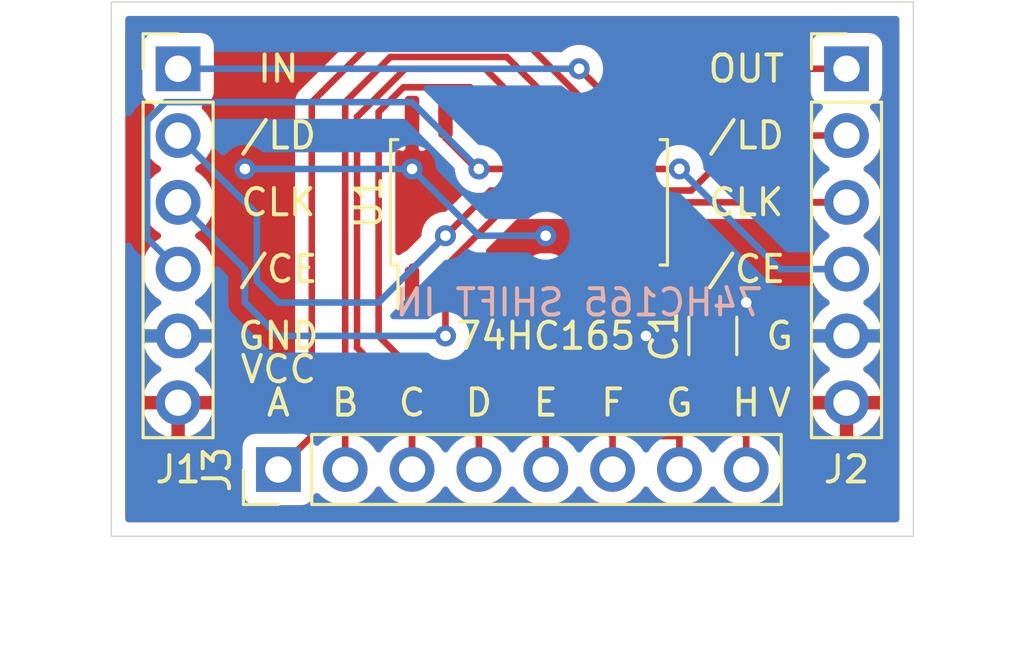
<source format=kicad_pcb>
(kicad_pcb (version 20171130) (host pcbnew 5.1.7-a382d34a8~87~ubuntu16.04.1)

  (general
    (thickness 1.6)
    (drawings 30)
    (tracks 100)
    (zones 0)
    (modules 5)
    (nets 17)
  )

  (page A4)
  (layers
    (0 F.Cu signal)
    (31 B.Cu signal)
    (32 B.Adhes user)
    (33 F.Adhes user)
    (34 B.Paste user)
    (35 F.Paste user)
    (36 B.SilkS user)
    (37 F.SilkS user)
    (38 B.Mask user)
    (39 F.Mask user)
    (40 Dwgs.User user)
    (41 Cmts.User user)
    (42 Eco1.User user)
    (43 Eco2.User user)
    (44 Edge.Cuts user)
    (45 Margin user)
    (46 B.CrtYd user)
    (47 F.CrtYd user)
    (48 B.Fab user)
    (49 F.Fab user)
  )

  (setup
    (last_trace_width 0.25)
    (trace_clearance 0.2)
    (zone_clearance 0.508)
    (zone_45_only no)
    (trace_min 0.2)
    (via_size 0.8)
    (via_drill 0.4)
    (via_min_size 0.4)
    (via_min_drill 0.3)
    (uvia_size 0.3)
    (uvia_drill 0.1)
    (uvias_allowed no)
    (uvia_min_size 0.2)
    (uvia_min_drill 0.1)
    (edge_width 0.05)
    (segment_width 0.2)
    (pcb_text_width 0.3)
    (pcb_text_size 1.5 1.5)
    (mod_edge_width 0.12)
    (mod_text_size 1 1)
    (mod_text_width 0.15)
    (pad_size 1.524 1.524)
    (pad_drill 0.762)
    (pad_to_mask_clearance 0)
    (aux_axis_origin 0 0)
    (visible_elements FFFFFF7F)
    (pcbplotparams
      (layerselection 0x010fc_ffffffff)
      (usegerberextensions false)
      (usegerberattributes true)
      (usegerberadvancedattributes true)
      (creategerberjobfile true)
      (excludeedgelayer true)
      (linewidth 0.100000)
      (plotframeref false)
      (viasonmask false)
      (mode 1)
      (useauxorigin false)
      (hpglpennumber 1)
      (hpglpenspeed 20)
      (hpglpendiameter 15.000000)
      (psnegative false)
      (psa4output false)
      (plotreference true)
      (plotvalue true)
      (plotinvisibletext false)
      (padsonsilk false)
      (subtractmaskfromsilk false)
      (outputformat 1)
      (mirror false)
      (drillshape 0)
      (scaleselection 1)
      (outputdirectory ""))
  )

  (net 0 "")
  (net 1 GND)
  (net 2 VCC)
  (net 3 "Net-(J1-Pad4)")
  (net 4 "Net-(J1-Pad3)")
  (net 5 "Net-(J1-Pad2)")
  (net 6 "Net-(J1-Pad1)")
  (net 7 "Net-(J2-Pad1)")
  (net 8 "Net-(J3-Pad8)")
  (net 9 "Net-(J3-Pad7)")
  (net 10 "Net-(J3-Pad6)")
  (net 11 "Net-(J3-Pad5)")
  (net 12 "Net-(J3-Pad4)")
  (net 13 "Net-(J3-Pad3)")
  (net 14 "Net-(J3-Pad2)")
  (net 15 "Net-(J3-Pad1)")
  (net 16 "Net-(U1-Pad7)")

  (net_class Default "This is the default net class."
    (clearance 0.2)
    (trace_width 0.25)
    (via_dia 0.8)
    (via_drill 0.4)
    (uvia_dia 0.3)
    (uvia_drill 0.1)
    (add_net GND)
    (add_net "Net-(J1-Pad1)")
    (add_net "Net-(J1-Pad2)")
    (add_net "Net-(J1-Pad3)")
    (add_net "Net-(J1-Pad4)")
    (add_net "Net-(J2-Pad1)")
    (add_net "Net-(J3-Pad1)")
    (add_net "Net-(J3-Pad2)")
    (add_net "Net-(J3-Pad3)")
    (add_net "Net-(J3-Pad4)")
    (add_net "Net-(J3-Pad5)")
    (add_net "Net-(J3-Pad6)")
    (add_net "Net-(J3-Pad7)")
    (add_net "Net-(J3-Pad8)")
    (add_net "Net-(U1-Pad7)")
    (add_net VCC)
  )

  (module Package_SO:SOIC-16_4.55x10.3mm_P1.27mm (layer F.Cu) (tedit 5D9F72B1) (tstamp 5F7A23F9)
    (at 144.145 62.23 90)
    (descr "SOIC, 16 Pin (https://toshiba.semicon-storage.com/info/docget.jsp?did=12858&prodName=TLP291-4), generated with kicad-footprint-generator ipc_gullwing_generator.py")
    (tags "SOIC SO")
    (path /5F79C165)
    (attr smd)
    (fp_text reference U1 (at 0 -6.1 90) (layer F.SilkS)
      (effects (font (size 1 1) (thickness 0.15)))
    )
    (fp_text value 74HC165_DIL16 (at 0 6.1 90) (layer F.Fab)
      (effects (font (size 1 1) (thickness 0.15)))
    )
    (fp_line (start 4.3 -5.4) (end -4.3 -5.4) (layer F.CrtYd) (width 0.05))
    (fp_line (start 4.3 5.4) (end 4.3 -5.4) (layer F.CrtYd) (width 0.05))
    (fp_line (start -4.3 5.4) (end 4.3 5.4) (layer F.CrtYd) (width 0.05))
    (fp_line (start -4.3 -5.4) (end -4.3 5.4) (layer F.CrtYd) (width 0.05))
    (fp_line (start -2.275 -4.15) (end -1.275 -5.15) (layer F.Fab) (width 0.1))
    (fp_line (start -2.275 5.15) (end -2.275 -4.15) (layer F.Fab) (width 0.1))
    (fp_line (start 2.275 5.15) (end -2.275 5.15) (layer F.Fab) (width 0.1))
    (fp_line (start 2.275 -5.15) (end 2.275 5.15) (layer F.Fab) (width 0.1))
    (fp_line (start -1.275 -5.15) (end 2.275 -5.15) (layer F.Fab) (width 0.1))
    (fp_line (start -2.385 -4.98) (end -4.05 -4.98) (layer F.SilkS) (width 0.12))
    (fp_line (start -2.385 -5.26) (end -2.385 -4.98) (layer F.SilkS) (width 0.12))
    (fp_line (start 0 -5.26) (end -2.385 -5.26) (layer F.SilkS) (width 0.12))
    (fp_line (start 2.385 -5.26) (end 2.385 -4.98) (layer F.SilkS) (width 0.12))
    (fp_line (start 0 -5.26) (end 2.385 -5.26) (layer F.SilkS) (width 0.12))
    (fp_line (start -2.385 5.26) (end -2.385 4.98) (layer F.SilkS) (width 0.12))
    (fp_line (start 0 5.26) (end -2.385 5.26) (layer F.SilkS) (width 0.12))
    (fp_line (start 2.385 5.26) (end 2.385 4.98) (layer F.SilkS) (width 0.12))
    (fp_line (start 0 5.26) (end 2.385 5.26) (layer F.SilkS) (width 0.12))
    (fp_text user %R (at 0 0 90) (layer F.Fab)
      (effects (font (size 1 1) (thickness 0.15)))
    )
    (pad 16 smd roundrect (at 3.25 -4.445 90) (size 1.6 0.55) (layers F.Cu F.Paste F.Mask) (roundrect_rratio 0.25)
      (net 2 VCC))
    (pad 15 smd roundrect (at 3.25 -3.175 90) (size 1.6 0.55) (layers F.Cu F.Paste F.Mask) (roundrect_rratio 0.25)
      (net 3 "Net-(J1-Pad4)"))
    (pad 14 smd roundrect (at 3.25 -1.905 90) (size 1.6 0.55) (layers F.Cu F.Paste F.Mask) (roundrect_rratio 0.25)
      (net 12 "Net-(J3-Pad4)"))
    (pad 13 smd roundrect (at 3.25 -0.635 90) (size 1.6 0.55) (layers F.Cu F.Paste F.Mask) (roundrect_rratio 0.25)
      (net 13 "Net-(J3-Pad3)"))
    (pad 12 smd roundrect (at 3.25 0.635 90) (size 1.6 0.55) (layers F.Cu F.Paste F.Mask) (roundrect_rratio 0.25)
      (net 14 "Net-(J3-Pad2)"))
    (pad 11 smd roundrect (at 3.25 1.905 90) (size 1.6 0.55) (layers F.Cu F.Paste F.Mask) (roundrect_rratio 0.25)
      (net 15 "Net-(J3-Pad1)"))
    (pad 10 smd roundrect (at 3.25 3.175 90) (size 1.6 0.55) (layers F.Cu F.Paste F.Mask) (roundrect_rratio 0.25)
      (net 6 "Net-(J1-Pad1)"))
    (pad 9 smd roundrect (at 3.25 4.445 90) (size 1.6 0.55) (layers F.Cu F.Paste F.Mask) (roundrect_rratio 0.25)
      (net 7 "Net-(J2-Pad1)"))
    (pad 8 smd roundrect (at -3.25 4.445 90) (size 1.6 0.55) (layers F.Cu F.Paste F.Mask) (roundrect_rratio 0.25)
      (net 1 GND))
    (pad 7 smd roundrect (at -3.25 3.175 90) (size 1.6 0.55) (layers F.Cu F.Paste F.Mask) (roundrect_rratio 0.25)
      (net 16 "Net-(U1-Pad7)"))
    (pad 6 smd roundrect (at -3.25 1.905 90) (size 1.6 0.55) (layers F.Cu F.Paste F.Mask) (roundrect_rratio 0.25)
      (net 8 "Net-(J3-Pad8)"))
    (pad 5 smd roundrect (at -3.25 0.635 90) (size 1.6 0.55) (layers F.Cu F.Paste F.Mask) (roundrect_rratio 0.25)
      (net 9 "Net-(J3-Pad7)"))
    (pad 4 smd roundrect (at -3.25 -0.635 90) (size 1.6 0.55) (layers F.Cu F.Paste F.Mask) (roundrect_rratio 0.25)
      (net 10 "Net-(J3-Pad6)"))
    (pad 3 smd roundrect (at -3.25 -1.905 90) (size 1.6 0.55) (layers F.Cu F.Paste F.Mask) (roundrect_rratio 0.25)
      (net 11 "Net-(J3-Pad5)"))
    (pad 2 smd roundrect (at -3.25 -3.175 90) (size 1.6 0.55) (layers F.Cu F.Paste F.Mask) (roundrect_rratio 0.25)
      (net 4 "Net-(J1-Pad3)"))
    (pad 1 smd roundrect (at -3.25 -4.445 90) (size 1.6 0.55) (layers F.Cu F.Paste F.Mask) (roundrect_rratio 0.25)
      (net 5 "Net-(J1-Pad2)"))
    (model ${KISYS3DMOD}/Package_SO.3dshapes/SOIC-16_4.55x10.3mm_P1.27mm.wrl
      (at (xyz 0 0 0))
      (scale (xyz 1 1 1))
      (rotate (xyz 0 0 0))
    )
  )

  (module Connector_PinHeader_2.54mm:PinHeader_1x08_P2.54mm_Vertical (layer F.Cu) (tedit 59FED5CC) (tstamp 5F7A23D5)
    (at 134.62 72.39 90)
    (descr "Through hole straight pin header, 1x08, 2.54mm pitch, single row")
    (tags "Through hole pin header THT 1x08 2.54mm single row")
    (path /5F79D197)
    (fp_text reference J3 (at 0 -2.33 270) (layer F.SilkS)
      (effects (font (size 1 1) (thickness 0.15)))
    )
    (fp_text value Conn_01x08_Male (at 0 20.11 270) (layer F.Fab)
      (effects (font (size 1 1) (thickness 0.15)))
    )
    (fp_line (start 1.8 -1.8) (end -1.8 -1.8) (layer F.CrtYd) (width 0.05))
    (fp_line (start 1.8 19.55) (end 1.8 -1.8) (layer F.CrtYd) (width 0.05))
    (fp_line (start -1.8 19.55) (end 1.8 19.55) (layer F.CrtYd) (width 0.05))
    (fp_line (start -1.8 -1.8) (end -1.8 19.55) (layer F.CrtYd) (width 0.05))
    (fp_line (start -1.33 -1.33) (end 0 -1.33) (layer F.SilkS) (width 0.12))
    (fp_line (start -1.33 0) (end -1.33 -1.33) (layer F.SilkS) (width 0.12))
    (fp_line (start -1.33 1.27) (end 1.33 1.27) (layer F.SilkS) (width 0.12))
    (fp_line (start 1.33 1.27) (end 1.33 19.11) (layer F.SilkS) (width 0.12))
    (fp_line (start -1.33 1.27) (end -1.33 19.11) (layer F.SilkS) (width 0.12))
    (fp_line (start -1.33 19.11) (end 1.33 19.11) (layer F.SilkS) (width 0.12))
    (fp_line (start -1.27 -0.635) (end -0.635 -1.27) (layer F.Fab) (width 0.1))
    (fp_line (start -1.27 19.05) (end -1.27 -0.635) (layer F.Fab) (width 0.1))
    (fp_line (start 1.27 19.05) (end -1.27 19.05) (layer F.Fab) (width 0.1))
    (fp_line (start 1.27 -1.27) (end 1.27 19.05) (layer F.Fab) (width 0.1))
    (fp_line (start -0.635 -1.27) (end 1.27 -1.27) (layer F.Fab) (width 0.1))
    (fp_text user %R (at 0 8.89 180) (layer F.Fab)
      (effects (font (size 1 1) (thickness 0.15)))
    )
    (pad 8 thru_hole oval (at 0 17.78 90) (size 1.7 1.7) (drill 1) (layers *.Cu *.Mask)
      (net 8 "Net-(J3-Pad8)"))
    (pad 7 thru_hole oval (at 0 15.24 90) (size 1.7 1.7) (drill 1) (layers *.Cu *.Mask)
      (net 9 "Net-(J3-Pad7)"))
    (pad 6 thru_hole oval (at 0 12.7 90) (size 1.7 1.7) (drill 1) (layers *.Cu *.Mask)
      (net 10 "Net-(J3-Pad6)"))
    (pad 5 thru_hole oval (at 0 10.16 90) (size 1.7 1.7) (drill 1) (layers *.Cu *.Mask)
      (net 11 "Net-(J3-Pad5)"))
    (pad 4 thru_hole oval (at 0 7.62 90) (size 1.7 1.7) (drill 1) (layers *.Cu *.Mask)
      (net 12 "Net-(J3-Pad4)"))
    (pad 3 thru_hole oval (at 0 5.08 90) (size 1.7 1.7) (drill 1) (layers *.Cu *.Mask)
      (net 13 "Net-(J3-Pad3)"))
    (pad 2 thru_hole oval (at 0 2.54 90) (size 1.7 1.7) (drill 1) (layers *.Cu *.Mask)
      (net 14 "Net-(J3-Pad2)"))
    (pad 1 thru_hole rect (at 0 0 90) (size 1.7 1.7) (drill 1) (layers *.Cu *.Mask)
      (net 15 "Net-(J3-Pad1)"))
    (model ${KISYS3DMOD}/Connector_PinHeader_2.54mm.3dshapes/PinHeader_1x08_P2.54mm_Vertical.wrl
      (at (xyz 0 0 0))
      (scale (xyz 1 1 1))
      (rotate (xyz 0 0 0))
    )
  )

  (module Connector_PinHeader_2.54mm:PinHeader_1x06_P2.54mm_Vertical (layer F.Cu) (tedit 59FED5CC) (tstamp 5F7A2354)
    (at 156.21 57.15)
    (descr "Through hole straight pin header, 1x06, 2.54mm pitch, single row")
    (tags "Through hole pin header THT 1x06 2.54mm single row")
    (path /5F79E124)
    (fp_text reference J2 (at 0 15.24) (layer F.SilkS)
      (effects (font (size 1 1) (thickness 0.15)))
    )
    (fp_text value Conn_01x06_Male (at 0 15.03) (layer F.Fab)
      (effects (font (size 1 1) (thickness 0.15)))
    )
    (fp_line (start 1.8 -1.8) (end -1.8 -1.8) (layer F.CrtYd) (width 0.05))
    (fp_line (start 1.8 14.5) (end 1.8 -1.8) (layer F.CrtYd) (width 0.05))
    (fp_line (start -1.8 14.5) (end 1.8 14.5) (layer F.CrtYd) (width 0.05))
    (fp_line (start -1.8 -1.8) (end -1.8 14.5) (layer F.CrtYd) (width 0.05))
    (fp_line (start -1.33 -1.33) (end 0 -1.33) (layer F.SilkS) (width 0.12))
    (fp_line (start -1.33 0) (end -1.33 -1.33) (layer F.SilkS) (width 0.12))
    (fp_line (start -1.33 1.27) (end 1.33 1.27) (layer F.SilkS) (width 0.12))
    (fp_line (start 1.33 1.27) (end 1.33 14.03) (layer F.SilkS) (width 0.12))
    (fp_line (start -1.33 1.27) (end -1.33 14.03) (layer F.SilkS) (width 0.12))
    (fp_line (start -1.33 14.03) (end 1.33 14.03) (layer F.SilkS) (width 0.12))
    (fp_line (start -1.27 -0.635) (end -0.635 -1.27) (layer F.Fab) (width 0.1))
    (fp_line (start -1.27 13.97) (end -1.27 -0.635) (layer F.Fab) (width 0.1))
    (fp_line (start 1.27 13.97) (end -1.27 13.97) (layer F.Fab) (width 0.1))
    (fp_line (start 1.27 -1.27) (end 1.27 13.97) (layer F.Fab) (width 0.1))
    (fp_line (start -0.635 -1.27) (end 1.27 -1.27) (layer F.Fab) (width 0.1))
    (fp_text user %R (at 0 6.35 90) (layer F.Fab)
      (effects (font (size 1 1) (thickness 0.15)))
    )
    (pad 6 thru_hole oval (at 0 12.7) (size 1.7 1.7) (drill 1) (layers *.Cu *.Mask)
      (net 2 VCC))
    (pad 5 thru_hole oval (at 0 10.16) (size 1.7 1.7) (drill 1) (layers *.Cu *.Mask)
      (net 1 GND))
    (pad 4 thru_hole oval (at 0 7.62) (size 1.7 1.7) (drill 1) (layers *.Cu *.Mask)
      (net 3 "Net-(J1-Pad4)"))
    (pad 3 thru_hole oval (at 0 5.08) (size 1.7 1.7) (drill 1) (layers *.Cu *.Mask)
      (net 4 "Net-(J1-Pad3)"))
    (pad 2 thru_hole oval (at 0 2.54) (size 1.7 1.7) (drill 1) (layers *.Cu *.Mask)
      (net 5 "Net-(J1-Pad2)"))
    (pad 1 thru_hole rect (at 0 0) (size 1.7 1.7) (drill 1) (layers *.Cu *.Mask)
      (net 7 "Net-(J2-Pad1)"))
    (model ${KISYS3DMOD}/Connector_PinHeader_2.54mm.3dshapes/PinHeader_1x06_P2.54mm_Vertical.wrl
      (at (xyz 0 0 0))
      (scale (xyz 1 1 1))
      (rotate (xyz 0 0 0))
    )
  )

  (module Connector_PinHeader_2.54mm:PinHeader_1x06_P2.54mm_Vertical (layer F.Cu) (tedit 59FED5CC) (tstamp 5F7A22ED)
    (at 130.81 57.15)
    (descr "Through hole straight pin header, 1x06, 2.54mm pitch, single row")
    (tags "Through hole pin header THT 1x06 2.54mm single row")
    (path /5F79EFDF)
    (fp_text reference J1 (at 0 15.24) (layer F.SilkS)
      (effects (font (size 1 1) (thickness 0.15)))
    )
    (fp_text value Conn_01x06_Male (at 0 15.03) (layer F.Fab)
      (effects (font (size 1 1) (thickness 0.15)))
    )
    (fp_line (start 1.8 -1.8) (end -1.8 -1.8) (layer F.CrtYd) (width 0.05))
    (fp_line (start 1.8 14.5) (end 1.8 -1.8) (layer F.CrtYd) (width 0.05))
    (fp_line (start -1.8 14.5) (end 1.8 14.5) (layer F.CrtYd) (width 0.05))
    (fp_line (start -1.8 -1.8) (end -1.8 14.5) (layer F.CrtYd) (width 0.05))
    (fp_line (start -1.33 -1.33) (end 0 -1.33) (layer F.SilkS) (width 0.12))
    (fp_line (start -1.33 0) (end -1.33 -1.33) (layer F.SilkS) (width 0.12))
    (fp_line (start -1.33 1.27) (end 1.33 1.27) (layer F.SilkS) (width 0.12))
    (fp_line (start 1.33 1.27) (end 1.33 14.03) (layer F.SilkS) (width 0.12))
    (fp_line (start -1.33 1.27) (end -1.33 14.03) (layer F.SilkS) (width 0.12))
    (fp_line (start -1.33 14.03) (end 1.33 14.03) (layer F.SilkS) (width 0.12))
    (fp_line (start -1.27 -0.635) (end -0.635 -1.27) (layer F.Fab) (width 0.1))
    (fp_line (start -1.27 13.97) (end -1.27 -0.635) (layer F.Fab) (width 0.1))
    (fp_line (start 1.27 13.97) (end -1.27 13.97) (layer F.Fab) (width 0.1))
    (fp_line (start 1.27 -1.27) (end 1.27 13.97) (layer F.Fab) (width 0.1))
    (fp_line (start -0.635 -1.27) (end 1.27 -1.27) (layer F.Fab) (width 0.1))
    (fp_text user %R (at 0 6.35 90) (layer F.Fab)
      (effects (font (size 1 1) (thickness 0.15)))
    )
    (pad 6 thru_hole oval (at 0 12.7) (size 1.7 1.7) (drill 1) (layers *.Cu *.Mask)
      (net 2 VCC))
    (pad 5 thru_hole oval (at 0 10.16) (size 1.7 1.7) (drill 1) (layers *.Cu *.Mask)
      (net 1 GND))
    (pad 4 thru_hole oval (at 0 7.62) (size 1.7 1.7) (drill 1) (layers *.Cu *.Mask)
      (net 3 "Net-(J1-Pad4)"))
    (pad 3 thru_hole oval (at 0 5.08) (size 1.7 1.7) (drill 1) (layers *.Cu *.Mask)
      (net 4 "Net-(J1-Pad3)"))
    (pad 2 thru_hole oval (at 0 2.54) (size 1.7 1.7) (drill 1) (layers *.Cu *.Mask)
      (net 5 "Net-(J1-Pad2)"))
    (pad 1 thru_hole rect (at 0 0) (size 1.7 1.7) (drill 1) (layers *.Cu *.Mask)
      (net 6 "Net-(J1-Pad1)"))
    (model ${KISYS3DMOD}/Connector_PinHeader_2.54mm.3dshapes/PinHeader_1x06_P2.54mm_Vertical.wrl
      (at (xyz 0 0 0))
      (scale (xyz 1 1 1))
      (rotate (xyz 0 0 0))
    )
  )

  (module Capacitor_SMD:C_1206_3216Metric (layer F.Cu) (tedit 5F68FEEE) (tstamp 5F7A2286)
    (at 151.13 67.31 90)
    (descr "Capacitor SMD 1206 (3216 Metric), square (rectangular) end terminal, IPC_7351 nominal, (Body size source: IPC-SM-782 page 76, https://www.pcb-3d.com/wordpress/wp-content/uploads/ipc-sm-782a_amendment_1_and_2.pdf), generated with kicad-footprint-generator")
    (tags capacitor)
    (path /5F79CAE9)
    (attr smd)
    (fp_text reference C1 (at 0 -1.85 90) (layer F.SilkS)
      (effects (font (size 1 1) (thickness 0.15)))
    )
    (fp_text value C (at 0 1.85 90) (layer F.Fab)
      (effects (font (size 1 1) (thickness 0.15)))
    )
    (fp_line (start 2.3 1.15) (end -2.3 1.15) (layer F.CrtYd) (width 0.05))
    (fp_line (start 2.3 -1.15) (end 2.3 1.15) (layer F.CrtYd) (width 0.05))
    (fp_line (start -2.3 -1.15) (end 2.3 -1.15) (layer F.CrtYd) (width 0.05))
    (fp_line (start -2.3 1.15) (end -2.3 -1.15) (layer F.CrtYd) (width 0.05))
    (fp_line (start -0.711252 0.91) (end 0.711252 0.91) (layer F.SilkS) (width 0.12))
    (fp_line (start -0.711252 -0.91) (end 0.711252 -0.91) (layer F.SilkS) (width 0.12))
    (fp_line (start 1.6 0.8) (end -1.6 0.8) (layer F.Fab) (width 0.1))
    (fp_line (start 1.6 -0.8) (end 1.6 0.8) (layer F.Fab) (width 0.1))
    (fp_line (start -1.6 -0.8) (end 1.6 -0.8) (layer F.Fab) (width 0.1))
    (fp_line (start -1.6 0.8) (end -1.6 -0.8) (layer F.Fab) (width 0.1))
    (fp_text user %R (at 0 0 90) (layer F.Fab)
      (effects (font (size 0.8 0.8) (thickness 0.12)))
    )
    (pad 2 smd roundrect (at 1.475 0 90) (size 1.15 1.8) (layers F.Cu F.Paste F.Mask) (roundrect_rratio 0.2173904347826087)
      (net 1 GND))
    (pad 1 smd roundrect (at -1.475 0 90) (size 1.15 1.8) (layers F.Cu F.Paste F.Mask) (roundrect_rratio 0.2173904347826087)
      (net 2 VCC))
    (model ${KISYS3DMOD}/Capacitor_SMD.3dshapes/C_1206_3216Metric.wrl
      (at (xyz 0 0 0))
      (scale (xyz 1 1 1))
      (rotate (xyz 0 0 0))
    )
  )

  (gr_text "74HC165 SHIFT IN" (at 146.05 66.04) (layer B.SilkS)
    (effects (font (size 1 1) (thickness 0.15)) (justify mirror))
  )
  (gr_text 74HC165 (at 144.78 67.31) (layer F.SilkS)
    (effects (font (size 1 1) (thickness 0.15)))
  )
  (gr_text H (at 152.4 69.85) (layer F.SilkS)
    (effects (font (size 1 1) (thickness 0.15)))
  )
  (gr_text G (at 149.86 69.85) (layer F.SilkS)
    (effects (font (size 1 1) (thickness 0.15)))
  )
  (gr_text F (at 147.32 69.85) (layer F.SilkS)
    (effects (font (size 1 1) (thickness 0.15)))
  )
  (gr_text E (at 144.78 69.85) (layer F.SilkS)
    (effects (font (size 1 1) (thickness 0.15)))
  )
  (gr_text D (at 142.24 69.85) (layer F.SilkS)
    (effects (font (size 1 1) (thickness 0.15)))
  )
  (gr_text C (at 139.7 69.85) (layer F.SilkS)
    (effects (font (size 1 1) (thickness 0.15)))
  )
  (gr_text B (at 137.16 69.85) (layer F.SilkS)
    (effects (font (size 1 1) (thickness 0.15)))
  )
  (gr_text A (at 134.62 69.85) (layer F.SilkS)
    (effects (font (size 1 1) (thickness 0.15)))
  )
  (gr_text OUT (at 152.4 57.15) (layer F.SilkS)
    (effects (font (size 1 1) (thickness 0.15)))
  )
  (gr_text /LD (at 152.4 59.69) (layer F.SilkS)
    (effects (font (size 1 1) (thickness 0.15)))
  )
  (gr_text CLK (at 152.4 62.23) (layer F.SilkS)
    (effects (font (size 1 1) (thickness 0.15)))
  )
  (gr_text /CE (at 152.4 64.77) (layer F.SilkS)
    (effects (font (size 1 1) (thickness 0.15)))
  )
  (gr_text "G\n" (at 153.67 67.31) (layer F.SilkS)
    (effects (font (size 1 1) (thickness 0.15)))
  )
  (gr_text V (at 153.67 69.85) (layer F.SilkS)
    (effects (font (size 1 1) (thickness 0.15)))
  )
  (gr_text VCC (at 134.62 68.58) (layer F.SilkS)
    (effects (font (size 1 1) (thickness 0.15)))
  )
  (gr_text GND (at 134.62 67.31) (layer F.SilkS)
    (effects (font (size 1 1) (thickness 0.15)))
  )
  (gr_text /CE (at 134.62 64.77) (layer F.SilkS)
    (effects (font (size 1 1) (thickness 0.15)))
  )
  (gr_text CLK (at 134.62 62.23) (layer F.SilkS)
    (effects (font (size 1 1) (thickness 0.15)))
  )
  (gr_text /LD (at 134.62 59.69) (layer F.SilkS)
    (effects (font (size 1 1) (thickness 0.15)))
  )
  (gr_text IN (at 134.62 57.15) (layer F.SilkS)
    (effects (font (size 1 1) (thickness 0.15)))
  )
  (gr_line (start 158.75 54.61) (end 128.27 54.61) (layer Edge.Cuts) (width 0.05) (tstamp 5F7A3A73))
  (gr_line (start 158.75 74.93) (end 158.75 54.61) (layer Edge.Cuts) (width 0.05))
  (gr_line (start 128.27 74.93) (end 158.75 74.93) (layer Edge.Cuts) (width 0.05))
  (gr_line (start 128.27 54.61) (end 128.27 74.93) (layer Edge.Cuts) (width 0.05))
  (gr_line (start 158.75 54.61) (end 128.27 54.61) (layer Margin) (width 0.15) (tstamp 5F7A3A5A))
  (gr_line (start 158.75 74.93) (end 158.75 54.61) (layer Margin) (width 0.15))
  (gr_line (start 128.27 74.93) (end 158.75 74.93) (layer Margin) (width 0.15))
  (gr_line (start 128.27 54.61) (end 128.27 74.93) (layer Margin) (width 0.15))

  (segment (start 148.59 65.48) (end 148.59 67.31) (width 0.25) (layer F.Cu) (net 1) (status 10))
  (via (at 152.4 66.04) (size 0.8) (drill 0.4) (layers F.Cu B.Cu) (net 1))
  (via (at 148.59 67.31) (size 0.8) (drill 0.4) (layers F.Cu B.Cu) (net 1))
  (segment (start 152.195 65.835) (end 152.4 66.04) (width 0.25) (layer F.Cu) (net 1))
  (segment (start 151.13 65.835) (end 152.195 65.835) (width 0.25) (layer F.Cu) (net 1) (status 10))
  (segment (start 139.7 58.98) (end 139.7 59.69) (width 0.25) (layer F.Cu) (net 2) (status 30))
  (via (at 139.7 60.96) (size 0.8) (drill 0.4) (layers F.Cu B.Cu) (net 2))
  (via (at 144.78 63.5) (size 0.8) (drill 0.4) (layers F.Cu B.Cu) (net 2))
  (segment (start 139.7 58.98) (end 139.7 60.96) (width 0.25) (layer F.Cu) (net 2) (status 10))
  (segment (start 142.24 63.5) (end 144.78 63.5) (width 0.25) (layer B.Cu) (net 2))
  (segment (start 139.7 60.96) (end 142.24 63.5) (width 0.25) (layer B.Cu) (net 2))
  (segment (start 139.7 60.96) (end 133.35 60.96) (width 0.25) (layer B.Cu) (net 2))
  (via (at 133.35 60.96) (size 0.8) (drill 0.4) (layers F.Cu B.Cu) (net 2))
  (segment (start 140.97 59.78) (end 142.15 60.96) (width 0.25) (layer F.Cu) (net 3))
  (segment (start 140.97 58.98) (end 140.97 59.78) (width 0.25) (layer F.Cu) (net 3) (status 10))
  (segment (start 142.15 60.96) (end 142.24 60.96) (width 0.25) (layer F.Cu) (net 3))
  (via (at 142.24 60.96) (size 0.8) (drill 0.4) (layers F.Cu B.Cu) (net 3))
  (segment (start 129.634999 63.594999) (end 130.81 64.77) (width 0.25) (layer B.Cu) (net 3) (status 20))
  (segment (start 130.340998 58.42) (end 129.634999 59.125999) (width 0.25) (layer B.Cu) (net 3))
  (segment (start 129.634999 59.125999) (end 129.634999 63.594999) (width 0.25) (layer B.Cu) (net 3))
  (segment (start 142.24 60.96) (end 139.7 58.42) (width 0.25) (layer B.Cu) (net 3))
  (segment (start 130.340998 58.42) (end 139.7 58.42) (width 0.25) (layer B.Cu) (net 3))
  (segment (start 149.86 60.96) (end 142.24 60.96) (width 0.25) (layer F.Cu) (net 3))
  (segment (start 156.21 64.77) (end 153.67 64.77) (width 0.25) (layer B.Cu) (net 3) (status 10))
  (segment (start 153.67 64.77) (end 149.86 60.96) (width 0.25) (layer B.Cu) (net 3))
  (via (at 149.86 60.96) (size 0.8) (drill 0.4) (layers F.Cu B.Cu) (net 3))
  (segment (start 140.97 65.48) (end 140.97 67.31) (width 0.25) (layer F.Cu) (net 4) (status 10))
  (via (at 140.97 67.31) (size 0.8) (drill 0.4) (layers F.Cu B.Cu) (net 4))
  (segment (start 154.94 62.23) (end 156.21 62.23) (width 0.25) (layer F.Cu) (net 4) (status 20))
  (segment (start 140.97 67.31) (end 134.62 67.31) (width 0.25) (layer B.Cu) (net 4))
  (segment (start 134.62 67.31) (end 133.35 66.04) (width 0.25) (layer B.Cu) (net 4))
  (segment (start 133.35 64.77) (end 130.81 62.23) (width 0.25) (layer B.Cu) (net 4) (status 20))
  (segment (start 133.35 66.04) (end 133.35 64.77) (width 0.25) (layer B.Cu) (net 4))
  (segment (start 143.42 62.23) (end 156.21 62.23) (width 0.25) (layer F.Cu) (net 4) (status 20))
  (segment (start 140.97 64.68) (end 143.42 62.23) (width 0.25) (layer F.Cu) (net 4) (status 10))
  (segment (start 140.97 65.48) (end 140.97 64.68) (width 0.25) (layer F.Cu) (net 4) (status 30))
  (via (at 140.97 63.5) (size 0.8) (drill 0.4) (layers F.Cu B.Cu) (net 5))
  (segment (start 139.7 65.48) (end 139.7 64.68) (width 0.25) (layer F.Cu) (net 5) (status 30))
  (segment (start 133.80001 62.68001) (end 130.81 59.69) (width 0.25) (layer B.Cu) (net 5) (status 20))
  (segment (start 140.97 63.5) (end 138.43 66.04) (width 0.25) (layer B.Cu) (net 5))
  (segment (start 138.43 66.04) (end 134.62 66.04) (width 0.25) (layer B.Cu) (net 5))
  (segment (start 134.62 66.04) (end 133.80001 65.22001) (width 0.25) (layer B.Cu) (net 5))
  (segment (start 133.80001 65.22001) (end 133.80001 62.68001) (width 0.25) (layer B.Cu) (net 5))
  (segment (start 152.4 59.69) (end 156.21 59.69) (width 0.25) (layer F.Cu) (net 5) (status 20))
  (segment (start 142.69001 61.77999) (end 150.31001 61.77999) (width 0.25) (layer F.Cu) (net 5))
  (segment (start 140.97 63.5) (end 142.69001 61.77999) (width 0.25) (layer F.Cu) (net 5))
  (segment (start 150.31001 61.77999) (end 152.4 59.69) (width 0.25) (layer F.Cu) (net 5))
  (segment (start 139.7 64.77) (end 140.97 63.5) (width 0.25) (layer F.Cu) (net 5) (status 10))
  (segment (start 139.7 65.48) (end 139.7 64.77) (width 0.25) (layer F.Cu) (net 5) (status 30))
  (segment (start 147.32 58.18) (end 147.32 58.98) (width 0.25) (layer F.Cu) (net 6) (status 30))
  (segment (start 147.32 58.42) (end 147.32 58.98) (width 0.25) (layer F.Cu) (net 6) (status 30))
  (segment (start 147.32 58.42) (end 146.05 57.15) (width 0.25) (layer F.Cu) (net 6) (status 10))
  (via (at 146.05 57.15) (size 0.8) (drill 0.4) (layers F.Cu B.Cu) (net 6))
  (segment (start 146.05 57.15) (end 130.81 57.15) (width 0.25) (layer B.Cu) (net 6) (status 20))
  (segment (start 148.59 58.98) (end 148.59 58.42) (width 0.25) (layer F.Cu) (net 7) (status 30))
  (segment (start 148.59 58.42) (end 149.86 57.15) (width 0.25) (layer F.Cu) (net 7) (status 10))
  (segment (start 149.86 57.15) (end 156.21 57.15) (width 0.25) (layer F.Cu) (net 7) (status 20))
  (segment (start 152.4 72.39) (end 152.4 71.12) (width 0.25) (layer F.Cu) (net 8) (status 10))
  (segment (start 151.94999 70.66999) (end 149.40999 70.66999) (width 0.25) (layer F.Cu) (net 8))
  (segment (start 152.4 71.12) (end 151.94999 70.66999) (width 0.25) (layer F.Cu) (net 8))
  (segment (start 149.40999 70.66999) (end 146.05 67.31) (width 0.25) (layer F.Cu) (net 8))
  (segment (start 146.05 67.31) (end 146.05 65.48) (width 0.25) (layer F.Cu) (net 8) (status 20))
  (segment (start 144.78 65.48) (end 144.78 67.31) (width 0.25) (layer F.Cu) (net 9) (status 10))
  (segment (start 149.86 71.12) (end 149.86 72.39) (width 0.25) (layer F.Cu) (net 9) (status 20))
  (segment (start 149.86 71.12) (end 148.59 71.12) (width 0.25) (layer F.Cu) (net 9))
  (segment (start 148.59 71.12) (end 144.78 67.31) (width 0.25) (layer F.Cu) (net 9))
  (segment (start 143.51 65.48) (end 143.51 67.31) (width 0.25) (layer F.Cu) (net 10) (status 10))
  (segment (start 143.51 67.31) (end 147.32 71.12) (width 0.25) (layer F.Cu) (net 10))
  (segment (start 147.32 72.39) (end 147.32 71.12) (width 0.25) (layer F.Cu) (net 10) (status 10))
  (segment (start 142.24 65.48) (end 142.24 68.58) (width 0.25) (layer F.Cu) (net 11) (status 10))
  (segment (start 142.24 68.58) (end 144.78 71.12) (width 0.25) (layer F.Cu) (net 11))
  (segment (start 144.78 72.39) (end 144.78 71.12) (width 0.25) (layer F.Cu) (net 11) (status 10))
  (segment (start 138.43 58.795912) (end 138.43 67.31) (width 0.25) (layer F.Cu) (net 12))
  (segment (start 142.24 58.18) (end 141.91499 57.85499) (width 0.25) (layer F.Cu) (net 12) (status 10))
  (segment (start 138.43 67.31) (end 142.24 71.12) (width 0.25) (layer F.Cu) (net 12))
  (segment (start 141.91499 57.85499) (end 139.370922 57.85499) (width 0.25) (layer F.Cu) (net 12))
  (segment (start 142.24 58.98) (end 142.24 58.18) (width 0.25) (layer F.Cu) (net 12) (status 30))
  (segment (start 139.370922 57.85499) (end 138.43 58.795912) (width 0.25) (layer F.Cu) (net 12))
  (segment (start 142.24 72.39) (end 142.24 71.12) (width 0.25) (layer F.Cu) (net 12) (status 10))
  (segment (start 143.51 58.18) (end 142.48 57.15) (width 0.25) (layer F.Cu) (net 13) (status 10))
  (segment (start 143.51 58.98) (end 143.51 58.18) (width 0.25) (layer F.Cu) (net 13) (status 30))
  (segment (start 137.61001 67.76001) (end 139.7 69.85) (width 0.25) (layer F.Cu) (net 13))
  (segment (start 139.439502 57.15) (end 137.61001 58.979492) (width 0.25) (layer F.Cu) (net 13))
  (segment (start 142.48 57.15) (end 139.439502 57.15) (width 0.25) (layer F.Cu) (net 13))
  (segment (start 137.61001 58.979492) (end 137.61001 67.76001) (width 0.25) (layer F.Cu) (net 13))
  (segment (start 139.7 72.39) (end 139.7 69.85) (width 0.25) (layer F.Cu) (net 13) (status 10))
  (segment (start 139.7 71.589002) (end 139.7 69.85) (width 0.25) (layer F.Cu) (net 13) (status 10))
  (segment (start 143.299991 56.699991) (end 138.880009 56.699991) (width 0.25) (layer F.Cu) (net 14))
  (segment (start 144.78 58.18) (end 143.299991 56.699991) (width 0.25) (layer F.Cu) (net 14) (status 10))
  (segment (start 144.78 58.98) (end 144.78 58.18) (width 0.25) (layer F.Cu) (net 14) (status 30))
  (segment (start 138.880009 56.699991) (end 137.16 58.42) (width 0.25) (layer F.Cu) (net 14))
  (segment (start 137.16 72.39) (end 137.16 58.42) (width 0.25) (layer F.Cu) (net 14) (status 10))
  (segment (start 146.05 58.98) (end 146.05 58.18) (width 0.25) (layer F.Cu) (net 15) (status 30))
  (segment (start 146.05 58.18) (end 144.265 56.395) (width 0.25) (layer F.Cu) (net 15) (status 10))
  (segment (start 144.265 56.395) (end 144.119982 56.249982) (width 0.25) (layer F.Cu) (net 15))
  (segment (start 135.89 71.12) (end 134.62 72.39) (width 0.25) (layer F.Cu) (net 15) (status 20))
  (segment (start 144.265 56.395) (end 144.119981 56.249981) (width 0.25) (layer F.Cu) (net 15))
  (segment (start 144.119981 56.249981) (end 138.060019 56.249981) (width 0.25) (layer F.Cu) (net 15))
  (segment (start 138.060019 56.249981) (end 135.89 58.42) (width 0.25) (layer F.Cu) (net 15))
  (segment (start 135.89 71.12) (end 135.89 58.42) (width 0.25) (layer F.Cu) (net 15))

  (zone (net 2) (net_name VCC) (layer F.Cu) (tstamp 5F7CB2F4) (hatch edge 0.508)
    (connect_pads (clearance 0.508))
    (min_thickness 0.254)
    (fill yes (arc_segments 32) (thermal_gap 0.508) (thermal_bridge_width 0.508))
    (polygon
      (pts
        (xy 158.75 74.93) (xy 128.27 74.93) (xy 128.27 54.61) (xy 158.75 54.61)
      )
    )
    (filled_polygon
      (pts
        (xy 158.09 74.27) (xy 128.93 74.27) (xy 128.93 71.54) (xy 133.131928 71.54) (xy 133.131928 73.24)
        (xy 133.144188 73.364482) (xy 133.180498 73.48418) (xy 133.239463 73.594494) (xy 133.318815 73.691185) (xy 133.415506 73.770537)
        (xy 133.52582 73.829502) (xy 133.645518 73.865812) (xy 133.77 73.878072) (xy 135.47 73.878072) (xy 135.594482 73.865812)
        (xy 135.71418 73.829502) (xy 135.824494 73.770537) (xy 135.921185 73.691185) (xy 136.000537 73.594494) (xy 136.059502 73.48418)
        (xy 136.081513 73.41162) (xy 136.213368 73.543475) (xy 136.456589 73.70599) (xy 136.726842 73.817932) (xy 137.01374 73.875)
        (xy 137.30626 73.875) (xy 137.593158 73.817932) (xy 137.863411 73.70599) (xy 138.106632 73.543475) (xy 138.313475 73.336632)
        (xy 138.43 73.16224) (xy 138.546525 73.336632) (xy 138.753368 73.543475) (xy 138.996589 73.70599) (xy 139.266842 73.817932)
        (xy 139.55374 73.875) (xy 139.84626 73.875) (xy 140.133158 73.817932) (xy 140.403411 73.70599) (xy 140.646632 73.543475)
        (xy 140.853475 73.336632) (xy 140.97 73.16224) (xy 141.086525 73.336632) (xy 141.293368 73.543475) (xy 141.536589 73.70599)
        (xy 141.806842 73.817932) (xy 142.09374 73.875) (xy 142.38626 73.875) (xy 142.673158 73.817932) (xy 142.943411 73.70599)
        (xy 143.186632 73.543475) (xy 143.393475 73.336632) (xy 143.51 73.16224) (xy 143.626525 73.336632) (xy 143.833368 73.543475)
        (xy 144.076589 73.70599) (xy 144.346842 73.817932) (xy 144.63374 73.875) (xy 144.92626 73.875) (xy 145.213158 73.817932)
        (xy 145.483411 73.70599) (xy 145.726632 73.543475) (xy 145.933475 73.336632) (xy 146.05 73.16224) (xy 146.166525 73.336632)
        (xy 146.373368 73.543475) (xy 146.616589 73.70599) (xy 146.886842 73.817932) (xy 147.17374 73.875) (xy 147.46626 73.875)
        (xy 147.753158 73.817932) (xy 148.023411 73.70599) (xy 148.266632 73.543475) (xy 148.473475 73.336632) (xy 148.59 73.16224)
        (xy 148.706525 73.336632) (xy 148.913368 73.543475) (xy 149.156589 73.70599) (xy 149.426842 73.817932) (xy 149.71374 73.875)
        (xy 150.00626 73.875) (xy 150.293158 73.817932) (xy 150.563411 73.70599) (xy 150.806632 73.543475) (xy 151.013475 73.336632)
        (xy 151.13 73.16224) (xy 151.246525 73.336632) (xy 151.453368 73.543475) (xy 151.696589 73.70599) (xy 151.966842 73.817932)
        (xy 152.25374 73.875) (xy 152.54626 73.875) (xy 152.833158 73.817932) (xy 153.103411 73.70599) (xy 153.346632 73.543475)
        (xy 153.553475 73.336632) (xy 153.71599 73.093411) (xy 153.827932 72.823158) (xy 153.885 72.53626) (xy 153.885 72.24374)
        (xy 153.827932 71.956842) (xy 153.71599 71.686589) (xy 153.553475 71.443368) (xy 153.346632 71.236525) (xy 153.163073 71.113875)
        (xy 153.16 71.082676) (xy 153.16 71.082667) (xy 153.149003 70.971014) (xy 153.105546 70.827753) (xy 153.034974 70.695724)
        (xy 152.940001 70.579999) (xy 152.910997 70.556196) (xy 152.561691 70.20689) (xy 154.768524 70.20689) (xy 154.813175 70.354099)
        (xy 154.938359 70.61692) (xy 155.112412 70.850269) (xy 155.328645 71.045178) (xy 155.578748 71.194157) (xy 155.853109 71.291481)
        (xy 156.083 71.170814) (xy 156.083 69.977) (xy 156.337 69.977) (xy 156.337 71.170814) (xy 156.566891 71.291481)
        (xy 156.841252 71.194157) (xy 157.091355 71.045178) (xy 157.307588 70.850269) (xy 157.481641 70.61692) (xy 157.606825 70.354099)
        (xy 157.651476 70.20689) (xy 157.530155 69.977) (xy 156.337 69.977) (xy 156.083 69.977) (xy 154.889845 69.977)
        (xy 154.768524 70.20689) (xy 152.561691 70.20689) (xy 152.513794 70.158993) (xy 152.489991 70.129989) (xy 152.374266 70.035016)
        (xy 152.242237 69.964444) (xy 152.23358 69.961818) (xy 152.27418 69.949502) (xy 152.384494 69.890537) (xy 152.481185 69.811185)
        (xy 152.560537 69.714494) (xy 152.619502 69.60418) (xy 152.655812 69.484482) (xy 152.668072 69.36) (xy 152.665 69.07075)
        (xy 152.50625 68.912) (xy 151.257 68.912) (xy 151.257 68.932) (xy 151.003 68.932) (xy 151.003 68.912)
        (xy 149.75375 68.912) (xy 149.595 69.07075) (xy 149.591928 69.36) (xy 149.604188 69.484482) (xy 149.640498 69.60418)
        (xy 149.699463 69.714494) (xy 149.778815 69.811185) (xy 149.875506 69.890537) (xy 149.911899 69.90999) (xy 149.724793 69.90999)
        (xy 146.81 66.995199) (xy 146.81 66.818572) (xy 146.885701 66.859035) (xy 147.031193 66.90317) (xy 147.1825 66.918072)
        (xy 147.4575 66.918072) (xy 147.608807 66.90317) (xy 147.642468 66.892959) (xy 147.594774 67.008102) (xy 147.555 67.208061)
        (xy 147.555 67.411939) (xy 147.594774 67.611898) (xy 147.672795 67.800256) (xy 147.786063 67.969774) (xy 147.930226 68.113937)
        (xy 148.099744 68.227205) (xy 148.288102 68.305226) (xy 148.488061 68.345) (xy 148.691939 68.345) (xy 148.891898 68.305226)
        (xy 149.080256 68.227205) (xy 149.106005 68.21) (xy 149.591928 68.21) (xy 149.595 68.49925) (xy 149.75375 68.658)
        (xy 151.003 68.658) (xy 151.003 67.73375) (xy 151.257 67.73375) (xy 151.257 68.658) (xy 152.50625 68.658)
        (xy 152.665 68.49925) (xy 152.668072 68.21) (xy 152.655812 68.085518) (xy 152.619502 67.96582) (xy 152.560537 67.855506)
        (xy 152.481185 67.758815) (xy 152.384494 67.679463) (xy 152.27418 67.620498) (xy 152.154482 67.584188) (xy 152.03 67.571928)
        (xy 151.41575 67.575) (xy 151.257 67.73375) (xy 151.003 67.73375) (xy 150.84425 67.575) (xy 150.23 67.571928)
        (xy 150.105518 67.584188) (xy 149.98582 67.620498) (xy 149.875506 67.679463) (xy 149.778815 67.758815) (xy 149.699463 67.855506)
        (xy 149.640498 67.96582) (xy 149.604188 68.085518) (xy 149.591928 68.21) (xy 149.106005 68.21) (xy 149.249774 68.113937)
        (xy 149.393937 67.969774) (xy 149.507205 67.800256) (xy 149.585226 67.611898) (xy 149.625 67.411939) (xy 149.625 67.208061)
        (xy 149.585226 67.008102) (xy 149.507205 66.819744) (xy 149.393937 66.650226) (xy 149.35 66.606289) (xy 149.35 66.600637)
        (xy 149.372365 66.573385) (xy 149.444035 66.439299) (xy 149.48817 66.293807) (xy 149.503072 66.1425) (xy 149.503072 65.509999)
        (xy 149.591928 65.509999) (xy 149.591928 66.160001) (xy 149.608992 66.333255) (xy 149.659528 66.499851) (xy 149.741595 66.653387)
        (xy 149.852038 66.787962) (xy 149.986613 66.898405) (xy 150.140149 66.980472) (xy 150.306745 67.031008) (xy 150.479999 67.048072)
        (xy 151.780001 67.048072) (xy 151.953255 67.031008) (xy 152.030991 67.007427) (xy 152.098102 67.035226) (xy 152.298061 67.075)
        (xy 152.501939 67.075) (xy 152.701898 67.035226) (xy 152.890256 66.957205) (xy 153.059774 66.843937) (xy 153.203937 66.699774)
        (xy 153.317205 66.530256) (xy 153.395226 66.341898) (xy 153.435 66.141939) (xy 153.435 65.938061) (xy 153.395226 65.738102)
        (xy 153.317205 65.549744) (xy 153.203937 65.380226) (xy 153.059774 65.236063) (xy 152.890256 65.122795) (xy 152.701898 65.044774)
        (xy 152.510227 65.006649) (xy 152.407962 64.882038) (xy 152.273387 64.771595) (xy 152.119851 64.689528) (xy 151.953255 64.638992)
        (xy 151.780001 64.621928) (xy 150.479999 64.621928) (xy 150.306745 64.638992) (xy 150.140149 64.689528) (xy 149.986613 64.771595)
        (xy 149.852038 64.882038) (xy 149.741595 65.016613) (xy 149.659528 65.170149) (xy 149.608992 65.336745) (xy 149.591928 65.509999)
        (xy 149.503072 65.509999) (xy 149.503072 64.8175) (xy 149.48817 64.666193) (xy 149.444035 64.520701) (xy 149.372365 64.386615)
        (xy 149.275912 64.269088) (xy 149.158385 64.172635) (xy 149.024299 64.100965) (xy 148.878807 64.05683) (xy 148.7275 64.041928)
        (xy 148.4525 64.041928) (xy 148.301193 64.05683) (xy 148.155701 64.100965) (xy 148.021615 64.172635) (xy 147.955 64.227305)
        (xy 147.888385 64.172635) (xy 147.754299 64.100965) (xy 147.608807 64.05683) (xy 147.4575 64.041928) (xy 147.1825 64.041928)
        (xy 147.031193 64.05683) (xy 146.885701 64.100965) (xy 146.751615 64.172635) (xy 146.685 64.227305) (xy 146.618385 64.172635)
        (xy 146.484299 64.100965) (xy 146.338807 64.05683) (xy 146.1875 64.041928) (xy 145.9125 64.041928) (xy 145.761193 64.05683)
        (xy 145.615701 64.100965) (xy 145.481615 64.172635) (xy 145.415 64.227305) (xy 145.348385 64.172635) (xy 145.214299 64.100965)
        (xy 145.068807 64.05683) (xy 144.9175 64.041928) (xy 144.6425 64.041928) (xy 144.491193 64.05683) (xy 144.345701 64.100965)
        (xy 144.211615 64.172635) (xy 144.145 64.227305) (xy 144.078385 64.172635) (xy 143.944299 64.100965) (xy 143.798807 64.05683)
        (xy 143.6475 64.041928) (xy 143.3725 64.041928) (xy 143.221193 64.05683) (xy 143.075701 64.100965) (xy 142.941615 64.172635)
        (xy 142.875 64.227305) (xy 142.808385 64.172635) (xy 142.674299 64.100965) (xy 142.635581 64.08922) (xy 143.734802 62.99)
        (xy 154.931822 62.99) (xy 155.056525 63.176632) (xy 155.263368 63.383475) (xy 155.43776 63.5) (xy 155.263368 63.616525)
        (xy 155.056525 63.823368) (xy 154.89401 64.066589) (xy 154.782068 64.336842) (xy 154.725 64.62374) (xy 154.725 64.91626)
        (xy 154.782068 65.203158) (xy 154.89401 65.473411) (xy 155.056525 65.716632) (xy 155.263368 65.923475) (xy 155.43776 66.04)
        (xy 155.263368 66.156525) (xy 155.056525 66.363368) (xy 154.89401 66.606589) (xy 154.782068 66.876842) (xy 154.725 67.16374)
        (xy 154.725 67.45626) (xy 154.782068 67.743158) (xy 154.89401 68.013411) (xy 155.056525 68.256632) (xy 155.263368 68.463475)
        (xy 155.445534 68.585195) (xy 155.328645 68.654822) (xy 155.112412 68.849731) (xy 154.938359 69.08308) (xy 154.813175 69.345901)
        (xy 154.768524 69.49311) (xy 154.889845 69.723) (xy 156.083 69.723) (xy 156.083 69.703) (xy 156.337 69.703)
        (xy 156.337 69.723) (xy 157.530155 69.723) (xy 157.651476 69.49311) (xy 157.606825 69.345901) (xy 157.481641 69.08308)
        (xy 157.307588 68.849731) (xy 157.091355 68.654822) (xy 156.974466 68.585195) (xy 157.156632 68.463475) (xy 157.363475 68.256632)
        (xy 157.52599 68.013411) (xy 157.637932 67.743158) (xy 157.695 67.45626) (xy 157.695 67.16374) (xy 157.637932 66.876842)
        (xy 157.52599 66.606589) (xy 157.363475 66.363368) (xy 157.156632 66.156525) (xy 156.98224 66.04) (xy 157.156632 65.923475)
        (xy 157.363475 65.716632) (xy 157.52599 65.473411) (xy 157.637932 65.203158) (xy 157.695 64.91626) (xy 157.695 64.62374)
        (xy 157.637932 64.336842) (xy 157.52599 64.066589) (xy 157.363475 63.823368) (xy 157.156632 63.616525) (xy 156.98224 63.5)
        (xy 157.156632 63.383475) (xy 157.363475 63.176632) (xy 157.52599 62.933411) (xy 157.637932 62.663158) (xy 157.695 62.37626)
        (xy 157.695 62.08374) (xy 157.637932 61.796842) (xy 157.52599 61.526589) (xy 157.363475 61.283368) (xy 157.156632 61.076525)
        (xy 156.98224 60.96) (xy 157.156632 60.843475) (xy 157.363475 60.636632) (xy 157.52599 60.393411) (xy 157.637932 60.123158)
        (xy 157.695 59.83626) (xy 157.695 59.54374) (xy 157.637932 59.256842) (xy 157.52599 58.986589) (xy 157.363475 58.743368)
        (xy 157.23162 58.611513) (xy 157.30418 58.589502) (xy 157.414494 58.530537) (xy 157.511185 58.451185) (xy 157.590537 58.354494)
        (xy 157.649502 58.24418) (xy 157.685812 58.124482) (xy 157.698072 58) (xy 157.698072 56.3) (xy 157.685812 56.175518)
        (xy 157.649502 56.05582) (xy 157.590537 55.945506) (xy 157.511185 55.848815) (xy 157.414494 55.769463) (xy 157.30418 55.710498)
        (xy 157.184482 55.674188) (xy 157.06 55.661928) (xy 155.36 55.661928) (xy 155.235518 55.674188) (xy 155.11582 55.710498)
        (xy 155.005506 55.769463) (xy 154.908815 55.848815) (xy 154.829463 55.945506) (xy 154.770498 56.05582) (xy 154.734188 56.175518)
        (xy 154.721928 56.3) (xy 154.721928 56.39) (xy 149.897322 56.39) (xy 149.859999 56.386324) (xy 149.822676 56.39)
        (xy 149.822667 56.39) (xy 149.711014 56.400997) (xy 149.567753 56.444454) (xy 149.435724 56.515026) (xy 149.319999 56.609999)
        (xy 149.296201 56.638997) (xy 148.3868 57.548399) (xy 148.301193 57.55683) (xy 148.155701 57.600965) (xy 148.021615 57.672635)
        (xy 147.955 57.727305) (xy 147.888385 57.672635) (xy 147.885534 57.671111) (xy 147.860001 57.639999) (xy 147.744275 57.545026)
        (xy 147.612246 57.474454) (xy 147.468985 57.430997) (xy 147.398895 57.424094) (xy 147.085 57.110199) (xy 147.085 57.048061)
        (xy 147.045226 56.848102) (xy 146.967205 56.659744) (xy 146.853937 56.490226) (xy 146.709774 56.346063) (xy 146.540256 56.232795)
        (xy 146.351898 56.154774) (xy 146.151939 56.115) (xy 145.948061 56.115) (xy 145.748102 56.154774) (xy 145.559744 56.232795)
        (xy 145.390226 56.346063) (xy 145.340545 56.395744) (xy 144.828803 55.884002) (xy 144.828799 55.883997) (xy 144.683784 55.738982)
        (xy 144.659982 55.70998) (xy 144.544257 55.615007) (xy 144.412228 55.544435) (xy 144.268967 55.500978) (xy 144.157314 55.489981)
        (xy 144.157303 55.489981) (xy 144.119981 55.486305) (xy 144.082659 55.489981) (xy 138.097341 55.489981) (xy 138.060018 55.486305)
        (xy 138.022695 55.489981) (xy 138.022686 55.489981) (xy 137.911033 55.500978) (xy 137.767772 55.544435) (xy 137.635743 55.615007)
        (xy 137.520018 55.70998) (xy 137.49622 55.738978) (xy 135.378998 57.856201) (xy 135.35 57.879999) (xy 135.326202 57.908997)
        (xy 135.326201 57.908998) (xy 135.255026 57.995724) (xy 135.184454 58.127754) (xy 135.161023 58.205) (xy 135.140998 58.271014)
        (xy 135.131087 58.371637) (xy 135.126324 58.42) (xy 135.130001 58.457332) (xy 135.13 70.805198) (xy 135.03327 70.901928)
        (xy 133.77 70.901928) (xy 133.645518 70.914188) (xy 133.52582 70.950498) (xy 133.415506 71.009463) (xy 133.318815 71.088815)
        (xy 133.239463 71.185506) (xy 133.180498 71.29582) (xy 133.144188 71.415518) (xy 133.131928 71.54) (xy 128.93 71.54)
        (xy 128.93 70.20689) (xy 129.368524 70.20689) (xy 129.413175 70.354099) (xy 129.538359 70.61692) (xy 129.712412 70.850269)
        (xy 129.928645 71.045178) (xy 130.178748 71.194157) (xy 130.453109 71.291481) (xy 130.683 71.170814) (xy 130.683 69.977)
        (xy 130.937 69.977) (xy 130.937 71.170814) (xy 131.166891 71.291481) (xy 131.441252 71.194157) (xy 131.691355 71.045178)
        (xy 131.907588 70.850269) (xy 132.081641 70.61692) (xy 132.206825 70.354099) (xy 132.251476 70.20689) (xy 132.130155 69.977)
        (xy 130.937 69.977) (xy 130.683 69.977) (xy 129.489845 69.977) (xy 129.368524 70.20689) (xy 128.93 70.20689)
        (xy 128.93 56.3) (xy 129.321928 56.3) (xy 129.321928 58) (xy 129.334188 58.124482) (xy 129.370498 58.24418)
        (xy 129.429463 58.354494) (xy 129.508815 58.451185) (xy 129.605506 58.530537) (xy 129.71582 58.589502) (xy 129.78838 58.611513)
        (xy 129.656525 58.743368) (xy 129.49401 58.986589) (xy 129.382068 59.256842) (xy 129.325 59.54374) (xy 129.325 59.83626)
        (xy 129.382068 60.123158) (xy 129.49401 60.393411) (xy 129.656525 60.636632) (xy 129.863368 60.843475) (xy 130.03776 60.96)
        (xy 129.863368 61.076525) (xy 129.656525 61.283368) (xy 129.49401 61.526589) (xy 129.382068 61.796842) (xy 129.325 62.08374)
        (xy 129.325 62.37626) (xy 129.382068 62.663158) (xy 129.49401 62.933411) (xy 129.656525 63.176632) (xy 129.863368 63.383475)
        (xy 130.03776 63.5) (xy 129.863368 63.616525) (xy 129.656525 63.823368) (xy 129.49401 64.066589) (xy 129.382068 64.336842)
        (xy 129.325 64.62374) (xy 129.325 64.91626) (xy 129.382068 65.203158) (xy 129.49401 65.473411) (xy 129.656525 65.716632)
        (xy 129.863368 65.923475) (xy 130.03776 66.04) (xy 129.863368 66.156525) (xy 129.656525 66.363368) (xy 129.49401 66.606589)
        (xy 129.382068 66.876842) (xy 129.325 67.16374) (xy 129.325 67.45626) (xy 129.382068 67.743158) (xy 129.49401 68.013411)
        (xy 129.656525 68.256632) (xy 129.863368 68.463475) (xy 130.045534 68.585195) (xy 129.928645 68.654822) (xy 129.712412 68.849731)
        (xy 129.538359 69.08308) (xy 129.413175 69.345901) (xy 129.368524 69.49311) (xy 129.489845 69.723) (xy 130.683 69.723)
        (xy 130.683 69.703) (xy 130.937 69.703) (xy 130.937 69.723) (xy 132.130155 69.723) (xy 132.251476 69.49311)
        (xy 132.206825 69.345901) (xy 132.081641 69.08308) (xy 131.907588 68.849731) (xy 131.691355 68.654822) (xy 131.574466 68.585195)
        (xy 131.756632 68.463475) (xy 131.963475 68.256632) (xy 132.12599 68.013411) (xy 132.237932 67.743158) (xy 132.295 67.45626)
        (xy 132.295 67.16374) (xy 132.237932 66.876842) (xy 132.12599 66.606589) (xy 131.963475 66.363368) (xy 131.756632 66.156525)
        (xy 131.58224 66.04) (xy 131.756632 65.923475) (xy 131.963475 65.716632) (xy 132.12599 65.473411) (xy 132.237932 65.203158)
        (xy 132.295 64.91626) (xy 132.295 64.62374) (xy 132.237932 64.336842) (xy 132.12599 64.066589) (xy 131.963475 63.823368)
        (xy 131.756632 63.616525) (xy 131.58224 63.5) (xy 131.756632 63.383475) (xy 131.963475 63.176632) (xy 132.12599 62.933411)
        (xy 132.237932 62.663158) (xy 132.295 62.37626) (xy 132.295 62.08374) (xy 132.237932 61.796842) (xy 132.12599 61.526589)
        (xy 131.963475 61.283368) (xy 131.756632 61.076525) (xy 131.58224 60.96) (xy 131.756632 60.843475) (xy 131.963475 60.636632)
        (xy 132.12599 60.393411) (xy 132.237932 60.123158) (xy 132.295 59.83626) (xy 132.295 59.54374) (xy 132.237932 59.256842)
        (xy 132.12599 58.986589) (xy 131.963475 58.743368) (xy 131.83162 58.611513) (xy 131.90418 58.589502) (xy 132.014494 58.530537)
        (xy 132.111185 58.451185) (xy 132.190537 58.354494) (xy 132.249502 58.24418) (xy 132.285812 58.124482) (xy 132.298072 58)
        (xy 132.298072 56.3) (xy 132.285812 56.175518) (xy 132.249502 56.05582) (xy 132.190537 55.945506) (xy 132.111185 55.848815)
        (xy 132.014494 55.769463) (xy 131.90418 55.710498) (xy 131.784482 55.674188) (xy 131.66 55.661928) (xy 129.96 55.661928)
        (xy 129.835518 55.674188) (xy 129.71582 55.710498) (xy 129.605506 55.769463) (xy 129.508815 55.848815) (xy 129.429463 55.945506)
        (xy 129.370498 56.05582) (xy 129.334188 56.175518) (xy 129.321928 56.3) (xy 128.93 56.3) (xy 128.93 55.27)
        (xy 158.090001 55.27)
      )
    )
    (filled_polygon
      (pts
        (xy 139.827 58.853) (xy 139.847 58.853) (xy 139.847 59.107) (xy 139.827 59.107) (xy 139.827 60.25625)
        (xy 139.98575 60.415) (xy 140.10249 60.405206) (xy 140.222012 60.36832) (xy 140.332041 60.308826) (xy 140.379669 60.269354)
        (xy 140.401615 60.287365) (xy 140.404468 60.28889) (xy 140.43 60.320001) (xy 140.458998 60.343799) (xy 141.211918 61.09672)
        (xy 141.244774 61.261898) (xy 141.322795 61.450256) (xy 141.436063 61.619774) (xy 141.580226 61.763937) (xy 141.610819 61.784379)
        (xy 140.930198 62.465) (xy 140.868061 62.465) (xy 140.668102 62.504774) (xy 140.479744 62.582795) (xy 140.310226 62.696063)
        (xy 140.166063 62.840226) (xy 140.052795 63.009744) (xy 139.974774 63.198102) (xy 139.935 63.398061) (xy 139.935 63.460198)
        (xy 139.426401 63.968798) (xy 139.407754 63.974454) (xy 139.275725 64.045026) (xy 139.19 64.115379) (xy 139.19 60.372027)
        (xy 139.29751 60.405206) (xy 139.41425 60.415) (xy 139.573 60.25625) (xy 139.573 59.107) (xy 139.553 59.107)
        (xy 139.553 58.853) (xy 139.573 58.853) (xy 139.573 58.833) (xy 139.827 58.833)
      )
    )
  )
  (zone (net 1) (net_name GND) (layer B.Cu) (tstamp 5F7CB2F1) (hatch edge 0.508)
    (connect_pads (clearance 0.508))
    (min_thickness 0.254)
    (fill yes (arc_segments 32) (thermal_gap 0.508) (thermal_bridge_width 0.508))
    (polygon
      (pts
        (xy 158.75 74.93) (xy 128.27 74.93) (xy 128.27 54.61) (xy 158.75 54.61)
      )
    )
    (filled_polygon
      (pts
        (xy 158.09 74.27) (xy 128.93 74.27) (xy 128.93 71.54) (xy 133.131928 71.54) (xy 133.131928 73.24)
        (xy 133.144188 73.364482) (xy 133.180498 73.48418) (xy 133.239463 73.594494) (xy 133.318815 73.691185) (xy 133.415506 73.770537)
        (xy 133.52582 73.829502) (xy 133.645518 73.865812) (xy 133.77 73.878072) (xy 135.47 73.878072) (xy 135.594482 73.865812)
        (xy 135.71418 73.829502) (xy 135.824494 73.770537) (xy 135.921185 73.691185) (xy 136.000537 73.594494) (xy 136.059502 73.48418)
        (xy 136.081513 73.41162) (xy 136.213368 73.543475) (xy 136.456589 73.70599) (xy 136.726842 73.817932) (xy 137.01374 73.875)
        (xy 137.30626 73.875) (xy 137.593158 73.817932) (xy 137.863411 73.70599) (xy 138.106632 73.543475) (xy 138.313475 73.336632)
        (xy 138.43 73.16224) (xy 138.546525 73.336632) (xy 138.753368 73.543475) (xy 138.996589 73.70599) (xy 139.266842 73.817932)
        (xy 139.55374 73.875) (xy 139.84626 73.875) (xy 140.133158 73.817932) (xy 140.403411 73.70599) (xy 140.646632 73.543475)
        (xy 140.853475 73.336632) (xy 140.97 73.16224) (xy 141.086525 73.336632) (xy 141.293368 73.543475) (xy 141.536589 73.70599)
        (xy 141.806842 73.817932) (xy 142.09374 73.875) (xy 142.38626 73.875) (xy 142.673158 73.817932) (xy 142.943411 73.70599)
        (xy 143.186632 73.543475) (xy 143.393475 73.336632) (xy 143.51 73.16224) (xy 143.626525 73.336632) (xy 143.833368 73.543475)
        (xy 144.076589 73.70599) (xy 144.346842 73.817932) (xy 144.63374 73.875) (xy 144.92626 73.875) (xy 145.213158 73.817932)
        (xy 145.483411 73.70599) (xy 145.726632 73.543475) (xy 145.933475 73.336632) (xy 146.05 73.16224) (xy 146.166525 73.336632)
        (xy 146.373368 73.543475) (xy 146.616589 73.70599) (xy 146.886842 73.817932) (xy 147.17374 73.875) (xy 147.46626 73.875)
        (xy 147.753158 73.817932) (xy 148.023411 73.70599) (xy 148.266632 73.543475) (xy 148.473475 73.336632) (xy 148.59 73.16224)
        (xy 148.706525 73.336632) (xy 148.913368 73.543475) (xy 149.156589 73.70599) (xy 149.426842 73.817932) (xy 149.71374 73.875)
        (xy 150.00626 73.875) (xy 150.293158 73.817932) (xy 150.563411 73.70599) (xy 150.806632 73.543475) (xy 151.013475 73.336632)
        (xy 151.13 73.16224) (xy 151.246525 73.336632) (xy 151.453368 73.543475) (xy 151.696589 73.70599) (xy 151.966842 73.817932)
        (xy 152.25374 73.875) (xy 152.54626 73.875) (xy 152.833158 73.817932) (xy 153.103411 73.70599) (xy 153.346632 73.543475)
        (xy 153.553475 73.336632) (xy 153.71599 73.093411) (xy 153.827932 72.823158) (xy 153.885 72.53626) (xy 153.885 72.24374)
        (xy 153.827932 71.956842) (xy 153.71599 71.686589) (xy 153.553475 71.443368) (xy 153.346632 71.236525) (xy 153.103411 71.07401)
        (xy 152.833158 70.962068) (xy 152.54626 70.905) (xy 152.25374 70.905) (xy 151.966842 70.962068) (xy 151.696589 71.07401)
        (xy 151.453368 71.236525) (xy 151.246525 71.443368) (xy 151.13 71.61776) (xy 151.013475 71.443368) (xy 150.806632 71.236525)
        (xy 150.563411 71.07401) (xy 150.293158 70.962068) (xy 150.00626 70.905) (xy 149.71374 70.905) (xy 149.426842 70.962068)
        (xy 149.156589 71.07401) (xy 148.913368 71.236525) (xy 148.706525 71.443368) (xy 148.59 71.61776) (xy 148.473475 71.443368)
        (xy 148.266632 71.236525) (xy 148.023411 71.07401) (xy 147.753158 70.962068) (xy 147.46626 70.905) (xy 147.17374 70.905)
        (xy 146.886842 70.962068) (xy 146.616589 71.07401) (xy 146.373368 71.236525) (xy 146.166525 71.443368) (xy 146.05 71.61776)
        (xy 145.933475 71.443368) (xy 145.726632 71.236525) (xy 145.483411 71.07401) (xy 145.213158 70.962068) (xy 144.92626 70.905)
        (xy 144.63374 70.905) (xy 144.346842 70.962068) (xy 144.076589 71.07401) (xy 143.833368 71.236525) (xy 143.626525 71.443368)
        (xy 143.51 71.61776) (xy 143.393475 71.443368) (xy 143.186632 71.236525) (xy 142.943411 71.07401) (xy 142.673158 70.962068)
        (xy 142.38626 70.905) (xy 142.09374 70.905) (xy 141.806842 70.962068) (xy 141.536589 71.07401) (xy 141.293368 71.236525)
        (xy 141.086525 71.443368) (xy 140.97 71.61776) (xy 140.853475 71.443368) (xy 140.646632 71.236525) (xy 140.403411 71.07401)
        (xy 140.133158 70.962068) (xy 139.84626 70.905) (xy 139.55374 70.905) (xy 139.266842 70.962068) (xy 138.996589 71.07401)
        (xy 138.753368 71.236525) (xy 138.546525 71.443368) (xy 138.43 71.61776) (xy 138.313475 71.443368) (xy 138.106632 71.236525)
        (xy 137.863411 71.07401) (xy 137.593158 70.962068) (xy 137.30626 70.905) (xy 137.01374 70.905) (xy 136.726842 70.962068)
        (xy 136.456589 71.07401) (xy 136.213368 71.236525) (xy 136.081513 71.36838) (xy 136.059502 71.29582) (xy 136.000537 71.185506)
        (xy 135.921185 71.088815) (xy 135.824494 71.009463) (xy 135.71418 70.950498) (xy 135.594482 70.914188) (xy 135.47 70.901928)
        (xy 133.77 70.901928) (xy 133.645518 70.914188) (xy 133.52582 70.950498) (xy 133.415506 71.009463) (xy 133.318815 71.088815)
        (xy 133.239463 71.185506) (xy 133.180498 71.29582) (xy 133.144188 71.415518) (xy 133.131928 71.54) (xy 128.93 71.54)
        (xy 128.93 69.70374) (xy 129.325 69.70374) (xy 129.325 69.99626) (xy 129.382068 70.283158) (xy 129.49401 70.553411)
        (xy 129.656525 70.796632) (xy 129.863368 71.003475) (xy 130.106589 71.16599) (xy 130.376842 71.277932) (xy 130.66374 71.335)
        (xy 130.95626 71.335) (xy 131.243158 71.277932) (xy 131.513411 71.16599) (xy 131.756632 71.003475) (xy 131.963475 70.796632)
        (xy 132.12599 70.553411) (xy 132.237932 70.283158) (xy 132.295 69.99626) (xy 132.295 69.70374) (xy 154.725 69.70374)
        (xy 154.725 69.99626) (xy 154.782068 70.283158) (xy 154.89401 70.553411) (xy 155.056525 70.796632) (xy 155.263368 71.003475)
        (xy 155.506589 71.16599) (xy 155.776842 71.277932) (xy 156.06374 71.335) (xy 156.35626 71.335) (xy 156.643158 71.277932)
        (xy 156.913411 71.16599) (xy 157.156632 71.003475) (xy 157.363475 70.796632) (xy 157.52599 70.553411) (xy 157.637932 70.283158)
        (xy 157.695 69.99626) (xy 157.695 69.70374) (xy 157.637932 69.416842) (xy 157.52599 69.146589) (xy 157.363475 68.903368)
        (xy 157.156632 68.696525) (xy 156.974466 68.574805) (xy 157.091355 68.505178) (xy 157.307588 68.310269) (xy 157.481641 68.07692)
        (xy 157.606825 67.814099) (xy 157.651476 67.66689) (xy 157.530155 67.437) (xy 156.337 67.437) (xy 156.337 67.457)
        (xy 156.083 67.457) (xy 156.083 67.437) (xy 154.889845 67.437) (xy 154.768524 67.66689) (xy 154.813175 67.814099)
        (xy 154.938359 68.07692) (xy 155.112412 68.310269) (xy 155.328645 68.505178) (xy 155.445534 68.574805) (xy 155.263368 68.696525)
        (xy 155.056525 68.903368) (xy 154.89401 69.146589) (xy 154.782068 69.416842) (xy 154.725 69.70374) (xy 132.295 69.70374)
        (xy 132.237932 69.416842) (xy 132.12599 69.146589) (xy 131.963475 68.903368) (xy 131.756632 68.696525) (xy 131.574466 68.574805)
        (xy 131.691355 68.505178) (xy 131.907588 68.310269) (xy 132.081641 68.07692) (xy 132.206825 67.814099) (xy 132.251476 67.66689)
        (xy 132.130155 67.437) (xy 130.937 67.437) (xy 130.937 67.457) (xy 130.683 67.457) (xy 130.683 67.437)
        (xy 129.489845 67.437) (xy 129.368524 67.66689) (xy 129.413175 67.814099) (xy 129.538359 68.07692) (xy 129.712412 68.310269)
        (xy 129.928645 68.505178) (xy 130.045534 68.574805) (xy 129.863368 68.696525) (xy 129.656525 68.903368) (xy 129.49401 69.146589)
        (xy 129.382068 69.416842) (xy 129.325 69.70374) (xy 128.93 69.70374) (xy 128.93 63.888268) (xy 129.000025 64.019275)
        (xy 129.0712 64.106001) (xy 129.094999 64.135) (xy 129.123997 64.158798) (xy 129.368791 64.403592) (xy 129.325 64.62374)
        (xy 129.325 64.91626) (xy 129.382068 65.203158) (xy 129.49401 65.473411) (xy 129.656525 65.716632) (xy 129.863368 65.923475)
        (xy 130.045534 66.045195) (xy 129.928645 66.114822) (xy 129.712412 66.309731) (xy 129.538359 66.54308) (xy 129.413175 66.805901)
        (xy 129.368524 66.95311) (xy 129.489845 67.183) (xy 130.683 67.183) (xy 130.683 67.163) (xy 130.937 67.163)
        (xy 130.937 67.183) (xy 132.130155 67.183) (xy 132.251476 66.95311) (xy 132.206825 66.805901) (xy 132.081641 66.54308)
        (xy 131.907588 66.309731) (xy 131.691355 66.114822) (xy 131.574466 66.045195) (xy 131.756632 65.923475) (xy 131.963475 65.716632)
        (xy 132.12599 65.473411) (xy 132.237932 65.203158) (xy 132.295 64.91626) (xy 132.295 64.789803) (xy 132.590001 65.084804)
        (xy 132.59 66.002677) (xy 132.586324 66.04) (xy 132.59 66.077322) (xy 132.59 66.077332) (xy 132.600997 66.188985)
        (xy 132.627089 66.275) (xy 132.644454 66.332246) (xy 132.715026 66.464276) (xy 132.74932 66.506063) (xy 132.809999 66.580001)
        (xy 132.839003 66.603804) (xy 134.056201 67.821003) (xy 134.079999 67.850001) (xy 134.195724 67.944974) (xy 134.327753 68.015546)
        (xy 134.471014 68.059003) (xy 134.582667 68.07) (xy 134.582676 68.07) (xy 134.619999 68.073676) (xy 134.657322 68.07)
        (xy 140.266289 68.07) (xy 140.310226 68.113937) (xy 140.479744 68.227205) (xy 140.668102 68.305226) (xy 140.868061 68.345)
        (xy 141.071939 68.345) (xy 141.271898 68.305226) (xy 141.460256 68.227205) (xy 141.629774 68.113937) (xy 141.773937 67.969774)
        (xy 141.887205 67.800256) (xy 141.965226 67.611898) (xy 142.005 67.411939) (xy 142.005 67.208061) (xy 141.965226 67.008102)
        (xy 141.887205 66.819744) (xy 141.773937 66.650226) (xy 141.629774 66.506063) (xy 141.460256 66.392795) (xy 141.271898 66.314774)
        (xy 141.071939 66.275) (xy 140.868061 66.275) (xy 140.668102 66.314774) (xy 140.479744 66.392795) (xy 140.310226 66.506063)
        (xy 140.266289 66.55) (xy 138.994801 66.55) (xy 141.009803 64.535) (xy 141.071939 64.535) (xy 141.271898 64.495226)
        (xy 141.460256 64.417205) (xy 141.629774 64.303937) (xy 141.773937 64.159774) (xy 141.799438 64.121609) (xy 141.815724 64.134974)
        (xy 141.947753 64.205546) (xy 142.091014 64.249003) (xy 142.202667 64.26) (xy 142.202676 64.26) (xy 142.239999 64.263676)
        (xy 142.277322 64.26) (xy 144.076289 64.26) (xy 144.120226 64.303937) (xy 144.289744 64.417205) (xy 144.478102 64.495226)
        (xy 144.678061 64.535) (xy 144.881939 64.535) (xy 145.081898 64.495226) (xy 145.270256 64.417205) (xy 145.439774 64.303937)
        (xy 145.583937 64.159774) (xy 145.697205 63.990256) (xy 145.775226 63.801898) (xy 145.815 63.601939) (xy 145.815 63.398061)
        (xy 145.775226 63.198102) (xy 145.697205 63.009744) (xy 145.583937 62.840226) (xy 145.439774 62.696063) (xy 145.270256 62.582795)
        (xy 145.081898 62.504774) (xy 144.881939 62.465) (xy 144.678061 62.465) (xy 144.478102 62.504774) (xy 144.289744 62.582795)
        (xy 144.120226 62.696063) (xy 144.076289 62.74) (xy 142.554803 62.74) (xy 140.735 60.920199) (xy 140.735 60.858061)
        (xy 140.695226 60.658102) (xy 140.617205 60.469744) (xy 140.503937 60.300226) (xy 140.359774 60.156063) (xy 140.190256 60.042795)
        (xy 140.001898 59.964774) (xy 139.801939 59.925) (xy 139.598061 59.925) (xy 139.398102 59.964774) (xy 139.209744 60.042795)
        (xy 139.040226 60.156063) (xy 138.996289 60.2) (xy 134.053711 60.2) (xy 134.009774 60.156063) (xy 133.840256 60.042795)
        (xy 133.651898 59.964774) (xy 133.451939 59.925) (xy 133.248061 59.925) (xy 133.048102 59.964774) (xy 132.859744 60.042795)
        (xy 132.690226 60.156063) (xy 132.546063 60.300226) (xy 132.525621 60.33082) (xy 132.251209 60.056408) (xy 132.295 59.83626)
        (xy 132.295 59.54374) (xy 132.237932 59.256842) (xy 132.206103 59.18) (xy 139.385199 59.18) (xy 141.205 60.999803)
        (xy 141.205 61.061939) (xy 141.244774 61.261898) (xy 141.322795 61.450256) (xy 141.436063 61.619774) (xy 141.580226 61.763937)
        (xy 141.749744 61.877205) (xy 141.938102 61.955226) (xy 142.138061 61.995) (xy 142.341939 61.995) (xy 142.541898 61.955226)
        (xy 142.730256 61.877205) (xy 142.899774 61.763937) (xy 143.043937 61.619774) (xy 143.157205 61.450256) (xy 143.235226 61.261898)
        (xy 143.275 61.061939) (xy 143.275 60.858061) (xy 148.825 60.858061) (xy 148.825 61.061939) (xy 148.864774 61.261898)
        (xy 148.942795 61.450256) (xy 149.056063 61.619774) (xy 149.200226 61.763937) (xy 149.369744 61.877205) (xy 149.558102 61.955226)
        (xy 149.758061 61.995) (xy 149.820199 61.995) (xy 153.106201 65.281003) (xy 153.129999 65.310001) (xy 153.245724 65.404974)
        (xy 153.377753 65.475546) (xy 153.521014 65.519003) (xy 153.632667 65.53) (xy 153.632675 65.53) (xy 153.67 65.533676)
        (xy 153.707325 65.53) (xy 154.931822 65.53) (xy 155.056525 65.716632) (xy 155.263368 65.923475) (xy 155.445534 66.045195)
        (xy 155.328645 66.114822) (xy 155.112412 66.309731) (xy 154.938359 66.54308) (xy 154.813175 66.805901) (xy 154.768524 66.95311)
        (xy 154.889845 67.183) (xy 156.083 67.183) (xy 156.083 67.163) (xy 156.337 67.163) (xy 156.337 67.183)
        (xy 157.530155 67.183) (xy 157.651476 66.95311) (xy 157.606825 66.805901) (xy 157.481641 66.54308) (xy 157.307588 66.309731)
        (xy 157.091355 66.114822) (xy 156.974466 66.045195) (xy 157.156632 65.923475) (xy 157.363475 65.716632) (xy 157.52599 65.473411)
        (xy 157.637932 65.203158) (xy 157.695 64.91626) (xy 157.695 64.62374) (xy 157.637932 64.336842) (xy 157.52599 64.066589)
        (xy 157.363475 63.823368) (xy 157.156632 63.616525) (xy 156.98224 63.5) (xy 157.156632 63.383475) (xy 157.363475 63.176632)
        (xy 157.52599 62.933411) (xy 157.637932 62.663158) (xy 157.695 62.37626) (xy 157.695 62.08374) (xy 157.637932 61.796842)
        (xy 157.52599 61.526589) (xy 157.363475 61.283368) (xy 157.156632 61.076525) (xy 156.98224 60.96) (xy 157.156632 60.843475)
        (xy 157.363475 60.636632) (xy 157.52599 60.393411) (xy 157.637932 60.123158) (xy 157.695 59.83626) (xy 157.695 59.54374)
        (xy 157.637932 59.256842) (xy 157.52599 58.986589) (xy 157.363475 58.743368) (xy 157.23162 58.611513) (xy 157.30418 58.589502)
        (xy 157.414494 58.530537) (xy 157.511185 58.451185) (xy 157.590537 58.354494) (xy 157.649502 58.24418) (xy 157.685812 58.124482)
        (xy 157.698072 58) (xy 157.698072 56.3) (xy 157.685812 56.175518) (xy 157.649502 56.05582) (xy 157.590537 55.945506)
        (xy 157.511185 55.848815) (xy 157.414494 55.769463) (xy 157.30418 55.710498) (xy 157.184482 55.674188) (xy 157.06 55.661928)
        (xy 155.36 55.661928) (xy 155.235518 55.674188) (xy 155.11582 55.710498) (xy 155.005506 55.769463) (xy 154.908815 55.848815)
        (xy 154.829463 55.945506) (xy 154.770498 56.05582) (xy 154.734188 56.175518) (xy 154.721928 56.3) (xy 154.721928 58)
        (xy 154.734188 58.124482) (xy 154.770498 58.24418) (xy 154.829463 58.354494) (xy 154.908815 58.451185) (xy 155.005506 58.530537)
        (xy 155.11582 58.589502) (xy 155.18838 58.611513) (xy 155.056525 58.743368) (xy 154.89401 58.986589) (xy 154.782068 59.256842)
        (xy 154.725 59.54374) (xy 154.725 59.83626) (xy 154.782068 60.123158) (xy 154.89401 60.393411) (xy 155.056525 60.636632)
        (xy 155.263368 60.843475) (xy 155.43776 60.96) (xy 155.263368 61.076525) (xy 155.056525 61.283368) (xy 154.89401 61.526589)
        (xy 154.782068 61.796842) (xy 154.725 62.08374) (xy 154.725 62.37626) (xy 154.782068 62.663158) (xy 154.89401 62.933411)
        (xy 155.056525 63.176632) (xy 155.263368 63.383475) (xy 155.43776 63.5) (xy 155.263368 63.616525) (xy 155.056525 63.823368)
        (xy 154.931822 64.01) (xy 153.984802 64.01) (xy 150.895 60.920199) (xy 150.895 60.858061) (xy 150.855226 60.658102)
        (xy 150.777205 60.469744) (xy 150.663937 60.300226) (xy 150.519774 60.156063) (xy 150.350256 60.042795) (xy 150.161898 59.964774)
        (xy 149.961939 59.925) (xy 149.758061 59.925) (xy 149.558102 59.964774) (xy 149.369744 60.042795) (xy 149.200226 60.156063)
        (xy 149.056063 60.300226) (xy 148.942795 60.469744) (xy 148.864774 60.658102) (xy 148.825 60.858061) (xy 143.275 60.858061)
        (xy 143.235226 60.658102) (xy 143.157205 60.469744) (xy 143.043937 60.300226) (xy 142.899774 60.156063) (xy 142.730256 60.042795)
        (xy 142.541898 59.964774) (xy 142.341939 59.925) (xy 142.279803 59.925) (xy 140.264801 57.91) (xy 145.346289 57.91)
        (xy 145.390226 57.953937) (xy 145.559744 58.067205) (xy 145.748102 58.145226) (xy 145.948061 58.185) (xy 146.151939 58.185)
        (xy 146.351898 58.145226) (xy 146.540256 58.067205) (xy 146.709774 57.953937) (xy 146.853937 57.809774) (xy 146.967205 57.640256)
        (xy 147.045226 57.451898) (xy 147.085 57.251939) (xy 147.085 57.048061) (xy 147.045226 56.848102) (xy 146.967205 56.659744)
        (xy 146.853937 56.490226) (xy 146.709774 56.346063) (xy 146.540256 56.232795) (xy 146.351898 56.154774) (xy 146.151939 56.115)
        (xy 145.948061 56.115) (xy 145.748102 56.154774) (xy 145.559744 56.232795) (xy 145.390226 56.346063) (xy 145.346289 56.39)
        (xy 132.298072 56.39) (xy 132.298072 56.3) (xy 132.285812 56.175518) (xy 132.249502 56.05582) (xy 132.190537 55.945506)
        (xy 132.111185 55.848815) (xy 132.014494 55.769463) (xy 131.90418 55.710498) (xy 131.784482 55.674188) (xy 131.66 55.661928)
        (xy 129.96 55.661928) (xy 129.835518 55.674188) (xy 129.71582 55.710498) (xy 129.605506 55.769463) (xy 129.508815 55.848815)
        (xy 129.429463 55.945506) (xy 129.370498 56.05582) (xy 129.334188 56.175518) (xy 129.321928 56.3) (xy 129.321928 58)
        (xy 129.334188 58.124482) (xy 129.370498 58.24418) (xy 129.39541 58.290786) (xy 129.124001 58.562196) (xy 129.094998 58.585998)
        (xy 129.03987 58.653173) (xy 129.000025 58.701723) (xy 128.9944 58.712247) (xy 128.93 58.83273) (xy 128.93 55.27)
        (xy 158.090001 55.27)
      )
    )
  )
)

</source>
